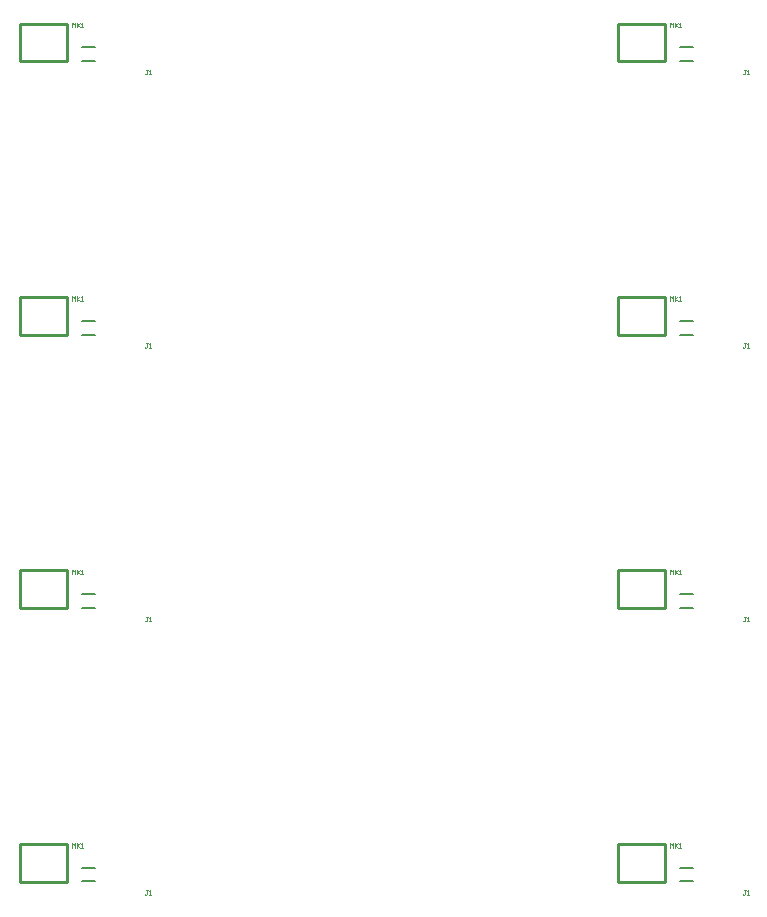
<source format=gto>
G04*
G04 #@! TF.GenerationSoftware,Altium Limited,Altium Designer,22.6.1 (34)*
G04*
G04 Layer_Color=65535*
%FSLAX44Y44*%
%MOMM*%
G71*
G04*
G04 #@! TF.SameCoordinates,710D9251-245E-4E71-9F22-FE530993EF8F*
G04*
G04*
G04 #@! TF.FilePolarity,Positive*
G04*
G01*
G75*
%ADD21C,0.2000*%
%ADD22C,0.2500*%
%ADD23C,0.0800*%
D21*
X-378997Y-323156D02*
X-368369D01*
X-378997Y-334783D02*
X-368369D01*
X127253Y-323156D02*
X137881D01*
X127253Y-334783D02*
X137881D01*
X-378997Y-91656D02*
X-368369D01*
X-378997Y-103283D02*
X-368369D01*
X127253Y-91656D02*
X137881D01*
X127253Y-103283D02*
X137881D01*
X-378997Y139845D02*
X-368369D01*
X-378997Y128217D02*
X-368369D01*
X127253Y139845D02*
X137881D01*
X127253Y128217D02*
X137881D01*
X-378997Y371344D02*
X-368369D01*
X-378997Y359717D02*
X-368369D01*
X127253Y371344D02*
X137881D01*
X127253Y359717D02*
X137881D01*
D22*
X-431776Y-302919D02*
X-391676Y-302919D01*
X-391677Y-335019D02*
X-391676Y-302919D01*
X-431776Y-335019D02*
X-391677Y-335019D01*
X-431776Y-302919D02*
X-431776Y-335019D01*
X74474Y-302919D02*
X114574Y-302919D01*
X114573Y-335019D02*
X114574Y-302919D01*
X74474Y-335019D02*
X114573Y-335019D01*
X74474Y-302919D02*
X74474Y-335019D01*
X-431776Y-71419D02*
X-391676Y-71419D01*
X-391677Y-103519D02*
X-391676Y-71419D01*
X-431776Y-103519D02*
X-391677Y-103519D01*
X-431776Y-71419D02*
X-431776Y-103519D01*
X74474Y-71419D02*
X114574Y-71419D01*
X114573Y-103519D02*
X114574Y-71419D01*
X74474Y-103519D02*
X114573Y-103519D01*
X74474Y-71419D02*
X74474Y-103519D01*
X-431776Y160081D02*
X-391676Y160081D01*
X-391677Y127981D02*
X-391676Y160081D01*
X-431776Y127980D02*
X-391677Y127981D01*
X-431776Y160081D02*
X-431776Y127980D01*
X74474Y160081D02*
X114574Y160081D01*
X114573Y127981D02*
X114574Y160081D01*
X74474Y127980D02*
X114573Y127981D01*
X74474Y160081D02*
X74474Y127980D01*
X-431776Y391581D02*
X-391676Y391581D01*
X-391677Y359481D02*
X-391676Y391581D01*
X-431776Y359481D02*
X-391677Y359481D01*
X-431776Y391581D02*
X-431776Y359481D01*
X74474Y391581D02*
X114574Y391581D01*
X114573Y359481D02*
X114574Y391581D01*
X74474Y359481D02*
X114573Y359481D01*
X74474Y391581D02*
X74474Y359481D01*
D23*
X-323526Y-342165D02*
X-324796D01*
X-324161D01*
Y-345339D01*
X-324796Y-345974D01*
X-325431D01*
X-326065Y-345339D01*
X-322257Y-345974D02*
X-320987D01*
X-321622D01*
Y-342165D01*
X-322257Y-342800D01*
X-387370Y-306174D02*
Y-302365D01*
X-386100Y-303634D01*
X-384831Y-302365D01*
Y-306174D01*
X-383561Y-302365D02*
Y-306174D01*
Y-304904D01*
X-381022Y-302365D01*
X-382926Y-304269D01*
X-381022Y-306174D01*
X-379752D02*
X-378483D01*
X-379117D01*
Y-302365D01*
X-379752Y-303000D01*
X182724Y-342165D02*
X181454D01*
X182089D01*
Y-345339D01*
X181454Y-345974D01*
X180819D01*
X180185Y-345339D01*
X183993Y-345974D02*
X185263D01*
X184628D01*
Y-342165D01*
X183993Y-342800D01*
X118880Y-306174D02*
Y-302365D01*
X120150Y-303634D01*
X121419Y-302365D01*
Y-306174D01*
X122689Y-302365D02*
Y-306174D01*
Y-304904D01*
X125228Y-302365D01*
X123324Y-304269D01*
X125228Y-306174D01*
X126498D02*
X127767D01*
X127133D01*
Y-302365D01*
X126498Y-303000D01*
X-323526Y-110665D02*
X-324796D01*
X-324161D01*
Y-113839D01*
X-324796Y-114474D01*
X-325431D01*
X-326065Y-113839D01*
X-322257Y-114474D02*
X-320987D01*
X-321622D01*
Y-110665D01*
X-322257Y-111300D01*
X-387370Y-74674D02*
Y-70865D01*
X-386100Y-72134D01*
X-384831Y-70865D01*
Y-74674D01*
X-383561Y-70865D02*
Y-74674D01*
Y-73404D01*
X-381022Y-70865D01*
X-382926Y-72769D01*
X-381022Y-74674D01*
X-379752D02*
X-378483D01*
X-379117D01*
Y-70865D01*
X-379752Y-71500D01*
X182724Y-110665D02*
X181454D01*
X182089D01*
Y-113839D01*
X181454Y-114474D01*
X180819D01*
X180185Y-113839D01*
X183993Y-114474D02*
X185263D01*
X184628D01*
Y-110665D01*
X183993Y-111300D01*
X118880Y-74674D02*
Y-70865D01*
X120150Y-72134D01*
X121419Y-70865D01*
Y-74674D01*
X122689Y-70865D02*
Y-74674D01*
Y-73404D01*
X125228Y-70865D01*
X123324Y-72769D01*
X125228Y-74674D01*
X126498D02*
X127767D01*
X127133D01*
Y-70865D01*
X126498Y-71500D01*
X-323526Y120835D02*
X-324796D01*
X-324161D01*
Y117661D01*
X-324796Y117026D01*
X-325431D01*
X-326065Y117661D01*
X-322257Y117026D02*
X-320987D01*
X-321622D01*
Y120835D01*
X-322257Y120200D01*
X-387370Y156826D02*
Y160635D01*
X-386100Y159366D01*
X-384831Y160635D01*
Y156826D01*
X-383561Y160635D02*
Y156826D01*
Y158096D01*
X-381022Y160635D01*
X-382926Y158731D01*
X-381022Y156826D01*
X-379752D02*
X-378483D01*
X-379117D01*
Y160635D01*
X-379752Y160000D01*
X182724Y120835D02*
X181454D01*
X182089D01*
Y117661D01*
X181454Y117026D01*
X180819D01*
X180185Y117661D01*
X183993Y117026D02*
X185263D01*
X184628D01*
Y120835D01*
X183993Y120200D01*
X118880Y156826D02*
Y160635D01*
X120150Y159366D01*
X121419Y160635D01*
Y156826D01*
X122689Y160635D02*
Y156826D01*
Y158096D01*
X125228Y160635D01*
X123324Y158731D01*
X125228Y156826D01*
X126498D02*
X127767D01*
X127133D01*
Y160635D01*
X126498Y160000D01*
X-323526Y352335D02*
X-324796D01*
X-324161D01*
Y349161D01*
X-324796Y348526D01*
X-325431D01*
X-326065Y349161D01*
X-322257Y348526D02*
X-320987D01*
X-321622D01*
Y352335D01*
X-322257Y351700D01*
X-387370Y388326D02*
Y392135D01*
X-386100Y390866D01*
X-384831Y392135D01*
Y388326D01*
X-383561Y392135D02*
Y388326D01*
Y389596D01*
X-381022Y392135D01*
X-382926Y390231D01*
X-381022Y388326D01*
X-379752D02*
X-378483D01*
X-379117D01*
Y392135D01*
X-379752Y391500D01*
X182724Y352335D02*
X181454D01*
X182089D01*
Y349161D01*
X181454Y348526D01*
X180819D01*
X180185Y349161D01*
X183993Y348526D02*
X185263D01*
X184628D01*
Y352335D01*
X183993Y351700D01*
X118880Y388326D02*
Y392135D01*
X120150Y390866D01*
X121419Y392135D01*
Y388326D01*
X122689Y392135D02*
Y388326D01*
Y389596D01*
X125228Y392135D01*
X123324Y390231D01*
X125228Y388326D01*
X126498D02*
X127767D01*
X127133D01*
Y392135D01*
X126498Y391500D01*
M02*

</source>
